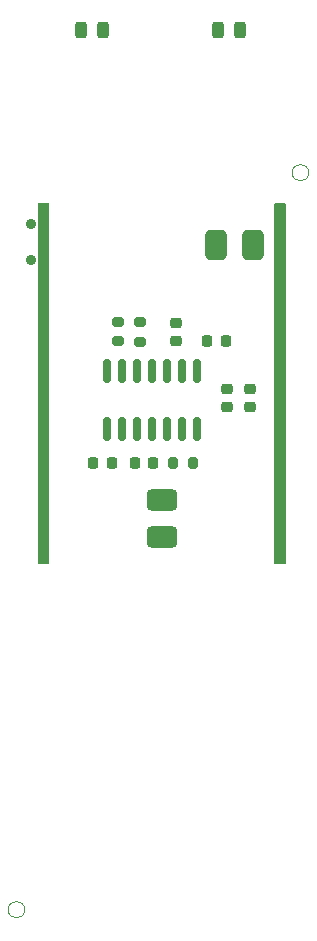
<source format=gbr>
%TF.GenerationSoftware,KiCad,Pcbnew,7.0.11*%
%TF.CreationDate,2025-03-07T22:39:12-08:00*%
%TF.ProjectId,enderman,656e6465-726d-4616-9e2e-6b696361645f,0.2*%
%TF.SameCoordinates,PX6ed1240PY84f1340*%
%TF.FileFunction,Soldermask,Top*%
%TF.FilePolarity,Negative*%
%FSLAX46Y46*%
G04 Gerber Fmt 4.6, Leading zero omitted, Abs format (unit mm)*
G04 Created by KiCad (PCBNEW 7.0.11) date 2025-03-07 22:39:12*
%MOMM*%
%LPD*%
G01*
G04 APERTURE LIST*
G04 Aperture macros list*
%AMRoundRect*
0 Rectangle with rounded corners*
0 $1 Rounding radius*
0 $2 $3 $4 $5 $6 $7 $8 $9 X,Y pos of 4 corners*
0 Add a 4 corners polygon primitive as box body*
4,1,4,$2,$3,$4,$5,$6,$7,$8,$9,$2,$3,0*
0 Add four circle primitives for the rounded corners*
1,1,$1+$1,$2,$3*
1,1,$1+$1,$4,$5*
1,1,$1+$1,$6,$7*
1,1,$1+$1,$8,$9*
0 Add four rect primitives between the rounded corners*
20,1,$1+$1,$2,$3,$4,$5,0*
20,1,$1+$1,$4,$5,$6,$7,0*
20,1,$1+$1,$6,$7,$8,$9,0*
20,1,$1+$1,$8,$9,$2,$3,0*%
G04 Aperture macros list end*
%ADD10C,0.100000*%
%ADD11RoundRect,0.243750X0.243750X0.456250X-0.243750X0.456250X-0.243750X-0.456250X0.243750X-0.456250X0*%
%ADD12RoundRect,0.225000X0.225000X0.250000X-0.225000X0.250000X-0.225000X-0.250000X0.225000X-0.250000X0*%
%ADD13RoundRect,0.225000X-0.225000X-0.250000X0.225000X-0.250000X0.225000X0.250000X-0.225000X0.250000X0*%
%ADD14RoundRect,0.400000X0.900000X-0.500000X0.900000X0.500000X-0.900000X0.500000X-0.900000X-0.500000X0*%
%ADD15RoundRect,0.225000X0.250000X-0.225000X0.250000X0.225000X-0.250000X0.225000X-0.250000X-0.225000X0*%
%ADD16RoundRect,0.400000X-0.500000X-0.900000X0.500000X-0.900000X0.500000X0.900000X-0.500000X0.900000X0*%
%ADD17RoundRect,0.200000X0.200000X0.275000X-0.200000X0.275000X-0.200000X-0.275000X0.200000X-0.275000X0*%
%ADD18RoundRect,0.150000X-0.150000X0.825000X-0.150000X-0.825000X0.150000X-0.825000X0.150000X0.825000X0*%
%ADD19RoundRect,0.200000X0.275000X-0.200000X0.275000X0.200000X-0.275000X0.200000X-0.275000X-0.200000X0*%
%ADD20RoundRect,0.243750X-0.243750X-0.456250X0.243750X-0.456250X0.243750X0.456250X-0.243750X0.456250X0*%
%ADD21RoundRect,0.225000X-0.250000X0.225000X-0.250000X-0.225000X0.250000X-0.225000X0.250000X0.225000X0*%
%ADD22C,0.900000*%
G04 APERTURE END LIST*
D10*
X34950000Y80150000D02*
G75*
G03*
X33550000Y80150000I-700000J0D01*
G01*
X33550000Y80150000D02*
G75*
G03*
X34950000Y80150000I700000J0D01*
G01*
X10904339Y17750000D02*
G75*
G03*
X9504339Y17750000I-700000J0D01*
G01*
X9504339Y17750000D02*
G75*
G03*
X10904339Y17750000I700000J0D01*
G01*
D11*
%TO.C,D1*%
X17537500Y92200000D03*
X15662500Y92200000D03*
%TD*%
D12*
%TO.C,C3*%
X21775000Y55600000D03*
X20225000Y55600000D03*
%TD*%
D13*
%TO.C,C5*%
X26357500Y65875000D03*
X27907500Y65875000D03*
%TD*%
D14*
%TO.C,R2*%
X22500000Y49275000D03*
X22500000Y52475000D03*
%TD*%
D15*
%TO.C,C4*%
X23682500Y65900000D03*
X23682500Y67450000D03*
%TD*%
D16*
%TO.C,R3*%
X27075000Y74030000D03*
X30275000Y74030000D03*
%TD*%
D15*
%TO.C,C1*%
X30000000Y60325000D03*
X30000000Y61875000D03*
%TD*%
D17*
%TO.C,R1*%
X25125000Y55600000D03*
X23475000Y55600000D03*
%TD*%
D18*
%TO.C,U1*%
X25510000Y63400000D03*
X24240000Y63400000D03*
X22970000Y63400000D03*
X21700000Y63400000D03*
X20430000Y63400000D03*
X19160000Y63400000D03*
X17890000Y63400000D03*
X17890000Y58450000D03*
X19160000Y58450000D03*
X20430000Y58450000D03*
X21700000Y58450000D03*
X22970000Y58450000D03*
X24240000Y58450000D03*
X25510000Y58450000D03*
%TD*%
D19*
%TO.C,R5*%
X18800000Y65875000D03*
X18800000Y67525000D03*
%TD*%
D20*
%TO.C,D2*%
X27262500Y92200000D03*
X29137500Y92200000D03*
%TD*%
D19*
%TO.C,R6*%
X20700000Y65850000D03*
X20700000Y67500000D03*
%TD*%
D21*
%TO.C,C6*%
X28000000Y61875000D03*
X28000000Y60325000D03*
%TD*%
D12*
%TO.C,C2*%
X18275000Y55600000D03*
X16725000Y55600000D03*
%TD*%
D22*
%TO.C,SW1*%
X11470000Y72800000D03*
X11470000Y75800000D03*
%TD*%
G36*
X12943039Y77580315D02*
G01*
X12988794Y77527511D01*
X13000000Y77476000D01*
X13000000Y47124000D01*
X12980315Y47056961D01*
X12927511Y47011206D01*
X12876000Y47000000D01*
X12124000Y47000000D01*
X12056961Y47019685D01*
X12011206Y47072489D01*
X12000000Y47124000D01*
X12000000Y77476000D01*
X12019685Y77543039D01*
X12072489Y77588794D01*
X12124000Y77600000D01*
X12876000Y77600000D01*
X12943039Y77580315D01*
G37*
G36*
X32943039Y77580315D02*
G01*
X32988794Y77527511D01*
X33000000Y77476000D01*
X33000000Y47124000D01*
X32980315Y47056961D01*
X32927511Y47011206D01*
X32876000Y47000000D01*
X32124000Y47000000D01*
X32056961Y47019685D01*
X32011206Y47072489D01*
X32000000Y47124000D01*
X32000000Y77476000D01*
X32019685Y77543039D01*
X32072489Y77588794D01*
X32124000Y77600000D01*
X32876000Y77600000D01*
X32943039Y77580315D01*
G37*
M02*

</source>
